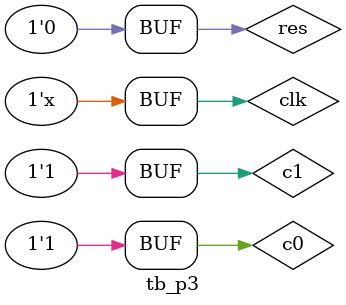
<source format=v>
module tb_p3();
	reg clk, res,c0,c1;
	wire[2:0] curr;
	p3 UUT(c0,c1,clk,res,curr);
	initial res = 1'b1;
	always #10 clk = ~clk;
	initial
		begin
		clk = 1'b1;
		res = 1'b0;
		
		c0=1'b0;
		c1=1'b0;
		#80;
		c0=1'b0;
		c1=1'b1;
		#80;
		c0=1'b1;
		c1=1'b0;
		#80;
		c0=1'b1;
		c1=1'b1;
		#80;
	end
endmodule


</source>
